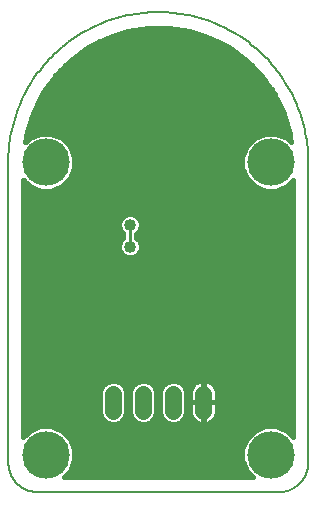
<source format=gbl>
G75*
%MOIN*%
%OFA0B0*%
%FSLAX25Y25*%
%IPPOS*%
%LPD*%
%AMOC8*
5,1,8,0,0,1.08239X$1,22.5*
%
%ADD10C,0.00500*%
%ADD11C,0.05543*%
%ADD12C,0.15811*%
%ADD13C,0.01000*%
%ADD14C,0.04000*%
%ADD15C,0.01600*%
D10*
X0001800Y0011800D02*
X0001800Y0111800D01*
X0001815Y0113018D01*
X0001859Y0114234D01*
X0001933Y0115450D01*
X0002037Y0116663D01*
X0002170Y0117873D01*
X0002333Y0119080D01*
X0002525Y0120282D01*
X0002746Y0121480D01*
X0002996Y0122672D01*
X0003275Y0123857D01*
X0003583Y0125035D01*
X0003920Y0126205D01*
X0004285Y0127367D01*
X0004678Y0128519D01*
X0005099Y0129662D01*
X0005548Y0130793D01*
X0006024Y0131914D01*
X0006528Y0133023D01*
X0007058Y0134119D01*
X0007615Y0135202D01*
X0008198Y0136271D01*
X0008806Y0137325D01*
X0009441Y0138365D01*
X0010100Y0139388D01*
X0010784Y0140396D01*
X0011493Y0141386D01*
X0012225Y0142359D01*
X0012981Y0143313D01*
X0013760Y0144249D01*
X0014561Y0145166D01*
X0015385Y0146063D01*
X0016230Y0146939D01*
X0017096Y0147795D01*
X0017983Y0148630D01*
X0018890Y0149442D01*
X0019816Y0150232D01*
X0020762Y0151000D01*
X0021725Y0151744D01*
X0022707Y0152464D01*
X0023706Y0153161D01*
X0024721Y0153833D01*
X0025753Y0154480D01*
X0026800Y0155101D01*
X0027862Y0155697D01*
X0028938Y0156267D01*
X0030027Y0156811D01*
X0031130Y0157327D01*
X0032245Y0157817D01*
X0033371Y0158280D01*
X0034508Y0158715D01*
X0035656Y0159122D01*
X0036813Y0159501D01*
X0037979Y0159852D01*
X0039153Y0160174D01*
X0040335Y0160468D01*
X0041524Y0160733D01*
X0042718Y0160968D01*
X0043918Y0161175D01*
X0045123Y0161352D01*
X0046331Y0161500D01*
X0047543Y0161618D01*
X0048758Y0161707D01*
X0049974Y0161767D01*
X0051191Y0161796D01*
X0052409Y0161796D01*
X0053626Y0161767D01*
X0054842Y0161707D01*
X0056057Y0161618D01*
X0057269Y0161500D01*
X0058477Y0161352D01*
X0059682Y0161175D01*
X0060882Y0160968D01*
X0062076Y0160733D01*
X0063265Y0160468D01*
X0064447Y0160174D01*
X0065621Y0159852D01*
X0066787Y0159501D01*
X0067944Y0159122D01*
X0069092Y0158715D01*
X0070229Y0158280D01*
X0071355Y0157817D01*
X0072470Y0157327D01*
X0073573Y0156811D01*
X0074662Y0156267D01*
X0075738Y0155697D01*
X0076800Y0155101D01*
X0077847Y0154480D01*
X0078879Y0153833D01*
X0079894Y0153161D01*
X0080893Y0152464D01*
X0081875Y0151744D01*
X0082838Y0151000D01*
X0083784Y0150232D01*
X0084710Y0149442D01*
X0085617Y0148630D01*
X0086504Y0147795D01*
X0087370Y0146939D01*
X0088215Y0146063D01*
X0089039Y0145166D01*
X0089840Y0144249D01*
X0090619Y0143313D01*
X0091375Y0142359D01*
X0092107Y0141386D01*
X0092816Y0140396D01*
X0093500Y0139388D01*
X0094159Y0138365D01*
X0094794Y0137325D01*
X0095402Y0136271D01*
X0095985Y0135202D01*
X0096542Y0134119D01*
X0097072Y0133023D01*
X0097576Y0131914D01*
X0098052Y0130793D01*
X0098501Y0129662D01*
X0098922Y0128519D01*
X0099315Y0127367D01*
X0099680Y0126205D01*
X0100017Y0125035D01*
X0100325Y0123857D01*
X0100604Y0122672D01*
X0100854Y0121480D01*
X0101075Y0120282D01*
X0101267Y0119080D01*
X0101430Y0117873D01*
X0101563Y0116663D01*
X0101667Y0115450D01*
X0101741Y0114234D01*
X0101785Y0113018D01*
X0101800Y0111800D01*
X0101800Y0011800D01*
X0101797Y0011558D01*
X0101788Y0011317D01*
X0101774Y0011076D01*
X0101753Y0010835D01*
X0101727Y0010595D01*
X0101695Y0010355D01*
X0101657Y0010116D01*
X0101614Y0009879D01*
X0101564Y0009642D01*
X0101509Y0009407D01*
X0101449Y0009173D01*
X0101382Y0008941D01*
X0101311Y0008710D01*
X0101233Y0008481D01*
X0101150Y0008254D01*
X0101062Y0008029D01*
X0100968Y0007806D01*
X0100869Y0007586D01*
X0100764Y0007368D01*
X0100655Y0007153D01*
X0100540Y0006940D01*
X0100420Y0006730D01*
X0100295Y0006524D01*
X0100165Y0006320D01*
X0100030Y0006119D01*
X0099890Y0005922D01*
X0099746Y0005728D01*
X0099597Y0005538D01*
X0099443Y0005352D01*
X0099285Y0005169D01*
X0099123Y0004990D01*
X0098956Y0004815D01*
X0098785Y0004644D01*
X0098610Y0004477D01*
X0098431Y0004315D01*
X0098248Y0004157D01*
X0098062Y0004003D01*
X0097872Y0003854D01*
X0097678Y0003710D01*
X0097481Y0003570D01*
X0097280Y0003435D01*
X0097076Y0003305D01*
X0096870Y0003180D01*
X0096660Y0003060D01*
X0096447Y0002945D01*
X0096232Y0002836D01*
X0096014Y0002731D01*
X0095794Y0002632D01*
X0095571Y0002538D01*
X0095346Y0002450D01*
X0095119Y0002367D01*
X0094890Y0002289D01*
X0094659Y0002218D01*
X0094427Y0002151D01*
X0094193Y0002091D01*
X0093958Y0002036D01*
X0093721Y0001986D01*
X0093484Y0001943D01*
X0093245Y0001905D01*
X0093005Y0001873D01*
X0092765Y0001847D01*
X0092524Y0001826D01*
X0092283Y0001812D01*
X0092042Y0001803D01*
X0091800Y0001800D01*
X0011800Y0001800D01*
X0011558Y0001803D01*
X0011317Y0001812D01*
X0011076Y0001826D01*
X0010835Y0001847D01*
X0010595Y0001873D01*
X0010355Y0001905D01*
X0010116Y0001943D01*
X0009879Y0001986D01*
X0009642Y0002036D01*
X0009407Y0002091D01*
X0009173Y0002151D01*
X0008941Y0002218D01*
X0008710Y0002289D01*
X0008481Y0002367D01*
X0008254Y0002450D01*
X0008029Y0002538D01*
X0007806Y0002632D01*
X0007586Y0002731D01*
X0007368Y0002836D01*
X0007153Y0002945D01*
X0006940Y0003060D01*
X0006730Y0003180D01*
X0006524Y0003305D01*
X0006320Y0003435D01*
X0006119Y0003570D01*
X0005922Y0003710D01*
X0005728Y0003854D01*
X0005538Y0004003D01*
X0005352Y0004157D01*
X0005169Y0004315D01*
X0004990Y0004477D01*
X0004815Y0004644D01*
X0004644Y0004815D01*
X0004477Y0004990D01*
X0004315Y0005169D01*
X0004157Y0005352D01*
X0004003Y0005538D01*
X0003854Y0005728D01*
X0003710Y0005922D01*
X0003570Y0006119D01*
X0003435Y0006320D01*
X0003305Y0006524D01*
X0003180Y0006730D01*
X0003060Y0006940D01*
X0002945Y0007153D01*
X0002836Y0007368D01*
X0002731Y0007586D01*
X0002632Y0007806D01*
X0002538Y0008029D01*
X0002450Y0008254D01*
X0002367Y0008481D01*
X0002289Y0008710D01*
X0002218Y0008941D01*
X0002151Y0009173D01*
X0002091Y0009407D01*
X0002036Y0009642D01*
X0001986Y0009879D01*
X0001943Y0010116D01*
X0001905Y0010355D01*
X0001873Y0010595D01*
X0001847Y0010835D01*
X0001826Y0011076D01*
X0001812Y0011317D01*
X0001803Y0011558D01*
X0001800Y0011800D01*
D11*
X0036800Y0029028D02*
X0036800Y0034572D01*
X0046800Y0034572D02*
X0046800Y0029028D01*
X0056800Y0029028D02*
X0056800Y0034572D01*
X0066800Y0034572D02*
X0066800Y0029028D01*
D12*
X0089300Y0014300D03*
X0089300Y0111800D03*
X0014300Y0111800D03*
X0014300Y0014300D03*
D13*
X0042300Y0083700D02*
X0042300Y0090900D01*
D14*
X0042300Y0090900D03*
X0042300Y0083700D03*
D15*
X0040030Y0086521D02*
X0006850Y0086521D01*
X0006850Y0084923D02*
X0038910Y0084923D01*
X0038700Y0084416D02*
X0038700Y0082984D01*
X0039248Y0081661D01*
X0040261Y0080648D01*
X0041584Y0080100D01*
X0043016Y0080100D01*
X0044339Y0080648D01*
X0045352Y0081661D01*
X0045900Y0082984D01*
X0045900Y0084416D01*
X0045352Y0085739D01*
X0044400Y0086691D01*
X0044400Y0087909D01*
X0045352Y0088861D01*
X0045900Y0090184D01*
X0045900Y0091616D01*
X0045352Y0092939D01*
X0044339Y0093952D01*
X0043016Y0094500D01*
X0041584Y0094500D01*
X0040261Y0093952D01*
X0039248Y0092939D01*
X0038700Y0091616D01*
X0038700Y0090184D01*
X0039248Y0088861D01*
X0040200Y0087909D01*
X0040200Y0086691D01*
X0039248Y0085739D01*
X0038700Y0084416D01*
X0038700Y0083324D02*
X0006850Y0083324D01*
X0006850Y0081726D02*
X0039221Y0081726D01*
X0041519Y0080127D02*
X0006850Y0080127D01*
X0006850Y0078529D02*
X0096750Y0078529D01*
X0096750Y0080127D02*
X0043081Y0080127D01*
X0045379Y0081726D02*
X0096750Y0081726D01*
X0096750Y0083324D02*
X0045900Y0083324D01*
X0045690Y0084923D02*
X0096750Y0084923D01*
X0096750Y0086521D02*
X0044570Y0086521D01*
X0044611Y0088120D02*
X0096750Y0088120D01*
X0096750Y0089718D02*
X0045707Y0089718D01*
X0045900Y0091317D02*
X0096750Y0091317D01*
X0096750Y0092915D02*
X0045362Y0092915D01*
X0039989Y0088120D02*
X0006850Y0088120D01*
X0006850Y0089718D02*
X0038893Y0089718D01*
X0038700Y0091317D02*
X0006850Y0091317D01*
X0006850Y0092915D02*
X0039238Y0092915D01*
X0022358Y0106416D02*
X0023805Y0109909D01*
X0023805Y0113691D01*
X0022358Y0117184D01*
X0019684Y0119858D01*
X0016191Y0121305D01*
X0012409Y0121305D01*
X0008916Y0119858D01*
X0007479Y0118422D01*
X0008092Y0122293D01*
X0010272Y0129002D01*
X0013474Y0135286D01*
X0017620Y0140993D01*
X0022607Y0145980D01*
X0028314Y0150126D01*
X0034598Y0153328D01*
X0041307Y0155508D01*
X0048273Y0156611D01*
X0055327Y0156611D01*
X0062293Y0155508D01*
X0069002Y0153328D01*
X0075286Y0150126D01*
X0080993Y0145980D01*
X0085980Y0140993D01*
X0085980Y0140993D01*
X0090126Y0135286D01*
X0090126Y0135286D01*
X0093328Y0129002D01*
X0095508Y0122293D01*
X0096121Y0118422D01*
X0094684Y0119858D01*
X0091191Y0121305D01*
X0087409Y0121305D01*
X0083916Y0119858D01*
X0081242Y0117184D01*
X0079794Y0113691D01*
X0079794Y0109909D01*
X0081242Y0106416D01*
X0083916Y0103742D01*
X0087409Y0102294D01*
X0091191Y0102294D01*
X0094684Y0103742D01*
X0096750Y0105807D01*
X0096750Y0020293D01*
X0094684Y0022358D01*
X0091191Y0023805D01*
X0087409Y0023805D01*
X0083916Y0022358D01*
X0081242Y0019684D01*
X0079794Y0016191D01*
X0079794Y0012409D01*
X0081242Y0008916D01*
X0083307Y0006850D01*
X0020293Y0006850D01*
X0022358Y0008916D01*
X0023805Y0012409D01*
X0023805Y0016191D01*
X0022358Y0019684D01*
X0019684Y0022358D01*
X0016191Y0023805D01*
X0012409Y0023805D01*
X0008916Y0022358D01*
X0006850Y0020293D01*
X0006850Y0105807D01*
X0008916Y0103742D01*
X0012409Y0102294D01*
X0016191Y0102294D01*
X0019684Y0103742D01*
X0022358Y0106416D01*
X0022725Y0107302D02*
X0080875Y0107302D01*
X0080212Y0108900D02*
X0023388Y0108900D01*
X0023805Y0110499D02*
X0079794Y0110499D01*
X0079794Y0112097D02*
X0023805Y0112097D01*
X0023803Y0113696D02*
X0079797Y0113696D01*
X0080459Y0115294D02*
X0023141Y0115294D01*
X0022479Y0116893D02*
X0081121Y0116893D01*
X0082548Y0118491D02*
X0021051Y0118491D01*
X0019126Y0120090D02*
X0084474Y0120090D01*
X0092168Y0131279D02*
X0011432Y0131279D01*
X0010618Y0129681D02*
X0092982Y0129681D01*
X0093627Y0128082D02*
X0009973Y0128082D01*
X0009454Y0126484D02*
X0094146Y0126484D01*
X0094666Y0124885D02*
X0008934Y0124885D01*
X0008415Y0123287D02*
X0095185Y0123287D01*
X0095604Y0121688D02*
X0007996Y0121688D01*
X0007743Y0120090D02*
X0009474Y0120090D01*
X0007549Y0118491D02*
X0007490Y0118491D01*
X0006954Y0105703D02*
X0006850Y0105703D01*
X0006850Y0104105D02*
X0008552Y0104105D01*
X0006850Y0102506D02*
X0011898Y0102506D01*
X0016702Y0102506D02*
X0086898Y0102506D01*
X0083552Y0104105D02*
X0020048Y0104105D01*
X0021646Y0105703D02*
X0081954Y0105703D01*
X0091702Y0102506D02*
X0096750Y0102506D01*
X0096750Y0100908D02*
X0006850Y0100908D01*
X0006850Y0099309D02*
X0096750Y0099309D01*
X0096750Y0097711D02*
X0006850Y0097711D01*
X0006850Y0096112D02*
X0096750Y0096112D01*
X0096750Y0094514D02*
X0006850Y0094514D01*
X0006850Y0076930D02*
X0096750Y0076930D01*
X0096750Y0075332D02*
X0006850Y0075332D01*
X0006850Y0073733D02*
X0096750Y0073733D01*
X0096750Y0072134D02*
X0006850Y0072134D01*
X0006850Y0070536D02*
X0096750Y0070536D01*
X0096750Y0068937D02*
X0006850Y0068937D01*
X0006850Y0067339D02*
X0096750Y0067339D01*
X0096750Y0065740D02*
X0006850Y0065740D01*
X0006850Y0064142D02*
X0096750Y0064142D01*
X0096750Y0062543D02*
X0006850Y0062543D01*
X0006850Y0060945D02*
X0096750Y0060945D01*
X0096750Y0059346D02*
X0006850Y0059346D01*
X0006850Y0057748D02*
X0096750Y0057748D01*
X0096750Y0056149D02*
X0006850Y0056149D01*
X0006850Y0054551D02*
X0096750Y0054551D01*
X0096750Y0052952D02*
X0006850Y0052952D01*
X0006850Y0051354D02*
X0096750Y0051354D01*
X0096750Y0049755D02*
X0006850Y0049755D01*
X0006850Y0048157D02*
X0096750Y0048157D01*
X0096750Y0046558D02*
X0006850Y0046558D01*
X0006850Y0044960D02*
X0096750Y0044960D01*
X0096750Y0043361D02*
X0006850Y0043361D01*
X0006850Y0041763D02*
X0096750Y0041763D01*
X0096750Y0040164D02*
X0006850Y0040164D01*
X0006850Y0038566D02*
X0035019Y0038566D01*
X0034324Y0038278D02*
X0033094Y0037048D01*
X0032428Y0035441D01*
X0032428Y0028159D01*
X0033094Y0026552D01*
X0034324Y0025322D01*
X0035930Y0024657D01*
X0037670Y0024657D01*
X0039276Y0025322D01*
X0040506Y0026552D01*
X0041172Y0028159D01*
X0041172Y0035441D01*
X0040506Y0037048D01*
X0039276Y0038278D01*
X0037670Y0038943D01*
X0035930Y0038943D01*
X0034324Y0038278D01*
X0033060Y0036967D02*
X0006850Y0036967D01*
X0006850Y0035369D02*
X0032428Y0035369D01*
X0032428Y0033770D02*
X0006850Y0033770D01*
X0006850Y0032172D02*
X0032428Y0032172D01*
X0032428Y0030573D02*
X0006850Y0030573D01*
X0006850Y0028975D02*
X0032428Y0028975D01*
X0032752Y0027376D02*
X0006850Y0027376D01*
X0006850Y0025778D02*
X0033868Y0025778D01*
X0039732Y0025778D02*
X0043868Y0025778D01*
X0044324Y0025322D02*
X0045930Y0024657D01*
X0047670Y0024657D01*
X0049276Y0025322D01*
X0050506Y0026552D01*
X0051172Y0028159D01*
X0051172Y0035441D01*
X0050506Y0037048D01*
X0049276Y0038278D01*
X0047670Y0038943D01*
X0045930Y0038943D01*
X0044324Y0038278D01*
X0043094Y0037048D01*
X0042428Y0035441D01*
X0042428Y0028159D01*
X0043094Y0026552D01*
X0044324Y0025322D01*
X0042752Y0027376D02*
X0040847Y0027376D01*
X0041172Y0028975D02*
X0042428Y0028975D01*
X0042428Y0030573D02*
X0041172Y0030573D01*
X0041172Y0032172D02*
X0042428Y0032172D01*
X0042428Y0033770D02*
X0041172Y0033770D01*
X0041172Y0035369D02*
X0042428Y0035369D01*
X0043060Y0036967D02*
X0040540Y0036967D01*
X0038581Y0038566D02*
X0045019Y0038566D01*
X0048581Y0038566D02*
X0055019Y0038566D01*
X0054324Y0038278D02*
X0055930Y0038943D01*
X0057670Y0038943D01*
X0059276Y0038278D01*
X0060506Y0037048D01*
X0061172Y0035441D01*
X0061172Y0028159D01*
X0060506Y0026552D01*
X0059276Y0025322D01*
X0057670Y0024657D01*
X0055930Y0024657D01*
X0054324Y0025322D01*
X0053094Y0026552D01*
X0052428Y0028159D01*
X0052428Y0035441D01*
X0053094Y0037048D01*
X0054324Y0038278D01*
X0053060Y0036967D02*
X0050540Y0036967D01*
X0051172Y0035369D02*
X0052428Y0035369D01*
X0052428Y0033770D02*
X0051172Y0033770D01*
X0051172Y0032172D02*
X0052428Y0032172D01*
X0052428Y0030573D02*
X0051172Y0030573D01*
X0051172Y0028975D02*
X0052428Y0028975D01*
X0052752Y0027376D02*
X0050847Y0027376D01*
X0049732Y0025778D02*
X0053868Y0025778D01*
X0059732Y0025778D02*
X0063585Y0025778D01*
X0063822Y0025541D02*
X0064404Y0025118D01*
X0065045Y0024792D01*
X0065729Y0024569D01*
X0066440Y0024457D01*
X0066714Y0024457D01*
X0066714Y0031714D01*
X0066886Y0031714D01*
X0066886Y0031886D01*
X0071372Y0031886D01*
X0071372Y0034931D01*
X0071259Y0035642D01*
X0071037Y0036327D01*
X0070710Y0036968D01*
X0070287Y0037550D01*
X0069778Y0038059D01*
X0069196Y0038482D01*
X0068555Y0038808D01*
X0067871Y0039031D01*
X0067160Y0039143D01*
X0066886Y0039143D01*
X0066886Y0031886D01*
X0066714Y0031886D01*
X0066714Y0039143D01*
X0066440Y0039143D01*
X0065729Y0039031D01*
X0065045Y0038808D01*
X0064404Y0038482D01*
X0063822Y0038059D01*
X0063313Y0037550D01*
X0062890Y0036968D01*
X0062563Y0036327D01*
X0062341Y0035642D01*
X0062228Y0034931D01*
X0062228Y0031886D01*
X0066714Y0031886D01*
X0066714Y0031714D01*
X0062228Y0031714D01*
X0062228Y0028669D01*
X0062341Y0027958D01*
X0062563Y0027273D01*
X0062890Y0026632D01*
X0063313Y0026050D01*
X0063822Y0025541D01*
X0062530Y0027376D02*
X0060847Y0027376D01*
X0061172Y0028975D02*
X0062228Y0028975D01*
X0062228Y0030573D02*
X0061172Y0030573D01*
X0061172Y0032172D02*
X0062228Y0032172D01*
X0062228Y0033770D02*
X0061172Y0033770D01*
X0061172Y0035369D02*
X0062298Y0035369D01*
X0062890Y0036967D02*
X0060540Y0036967D01*
X0058581Y0038566D02*
X0064569Y0038566D01*
X0066714Y0038566D02*
X0066886Y0038566D01*
X0066886Y0036967D02*
X0066714Y0036967D01*
X0066714Y0035369D02*
X0066886Y0035369D01*
X0066886Y0033770D02*
X0066714Y0033770D01*
X0066714Y0032172D02*
X0066886Y0032172D01*
X0066886Y0031714D02*
X0071372Y0031714D01*
X0071372Y0028669D01*
X0071259Y0027958D01*
X0071037Y0027273D01*
X0070710Y0026632D01*
X0070287Y0026050D01*
X0069778Y0025541D01*
X0069196Y0025118D01*
X0068555Y0024792D01*
X0067871Y0024569D01*
X0067160Y0024457D01*
X0066886Y0024457D01*
X0066886Y0031714D01*
X0066886Y0030573D02*
X0066714Y0030573D01*
X0066714Y0028975D02*
X0066886Y0028975D01*
X0066886Y0027376D02*
X0066714Y0027376D01*
X0066714Y0025778D02*
X0066886Y0025778D01*
X0070015Y0025778D02*
X0096750Y0025778D01*
X0096750Y0027376D02*
X0071070Y0027376D01*
X0071372Y0028975D02*
X0096750Y0028975D01*
X0096750Y0030573D02*
X0071372Y0030573D01*
X0071372Y0032172D02*
X0096750Y0032172D01*
X0096750Y0033770D02*
X0071372Y0033770D01*
X0071302Y0035369D02*
X0096750Y0035369D01*
X0096750Y0036967D02*
X0070710Y0036967D01*
X0069031Y0038566D02*
X0096750Y0038566D01*
X0096750Y0024179D02*
X0006850Y0024179D01*
X0006850Y0022581D02*
X0009452Y0022581D01*
X0007539Y0020982D02*
X0006850Y0020982D01*
X0019148Y0022581D02*
X0084452Y0022581D01*
X0082539Y0020982D02*
X0021061Y0020982D01*
X0022483Y0019384D02*
X0081117Y0019384D01*
X0080455Y0017785D02*
X0023145Y0017785D01*
X0023805Y0016187D02*
X0079794Y0016187D01*
X0079794Y0014588D02*
X0023805Y0014588D01*
X0023805Y0012990D02*
X0079794Y0012990D01*
X0080216Y0011391D02*
X0023384Y0011391D01*
X0022722Y0009793D02*
X0080878Y0009793D01*
X0081963Y0008194D02*
X0021637Y0008194D01*
X0094148Y0022581D02*
X0096750Y0022581D01*
X0096750Y0020982D02*
X0096061Y0020982D01*
X0096750Y0104105D02*
X0095048Y0104105D01*
X0096646Y0105703D02*
X0096750Y0105703D01*
X0096110Y0118491D02*
X0096051Y0118491D01*
X0095857Y0120090D02*
X0094126Y0120090D01*
X0091353Y0132878D02*
X0012247Y0132878D01*
X0013061Y0134476D02*
X0090539Y0134476D01*
X0089553Y0136075D02*
X0014047Y0136075D01*
X0015208Y0137673D02*
X0088392Y0137673D01*
X0087230Y0139272D02*
X0016370Y0139272D01*
X0017531Y0140870D02*
X0086069Y0140870D01*
X0084504Y0142469D02*
X0019096Y0142469D01*
X0020695Y0144068D02*
X0082905Y0144068D01*
X0081307Y0145666D02*
X0022293Y0145666D01*
X0024375Y0147265D02*
X0079225Y0147265D01*
X0077025Y0148863D02*
X0026575Y0148863D01*
X0028972Y0150462D02*
X0074628Y0150462D01*
X0071491Y0152060D02*
X0032109Y0152060D01*
X0035615Y0153659D02*
X0067985Y0153659D01*
X0063066Y0155257D02*
X0040534Y0155257D01*
M02*

</source>
